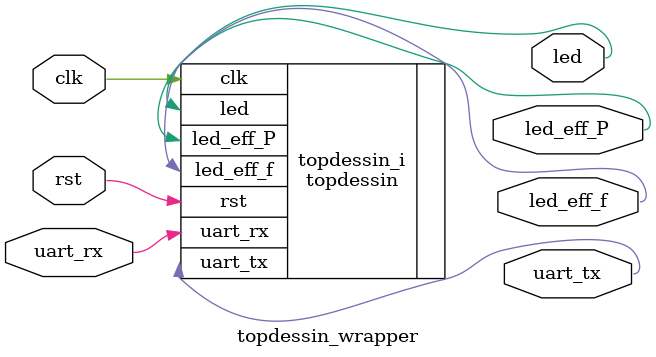
<source format=v>
`timescale 1 ps / 1 ps

module topdessin_wrapper
   (clk,
    led,
    led_eff_P,
    led_eff_f,
    rst,
    uart_rx,
    uart_tx);
  input clk;
  output led;
  output led_eff_P;
  output led_eff_f;
  input rst;
  input uart_rx;
  output uart_tx;

  wire clk;
  wire led;
  wire led_eff_P;
  wire led_eff_f;
  wire rst;
  wire uart_rx;
  wire uart_tx;

  topdessin topdessin_i
       (.clk(clk),
        .led(led),
        .led_eff_P(led_eff_P),
        .led_eff_f(led_eff_f),
        .rst(rst),
        .uart_rx(uart_rx),
        .uart_tx(uart_tx));
endmodule

</source>
